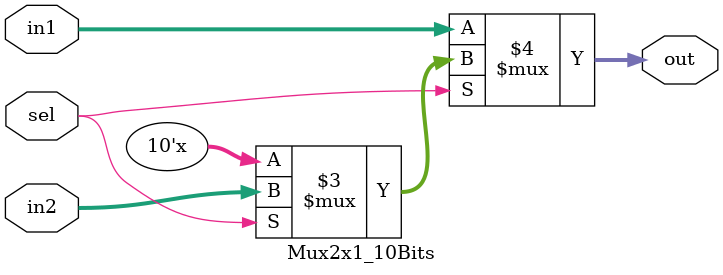
<source format=v>
module Mux2x1_10Bits(out, in1, in2, sel);

input [9:0] in1, in2;
input sel;
output [9:0] out;

assign out = 	(sel == 1'b0) ? in1 :
		(sel == 1'b1) ? in2 : 10'bx;

endmodule

</source>
